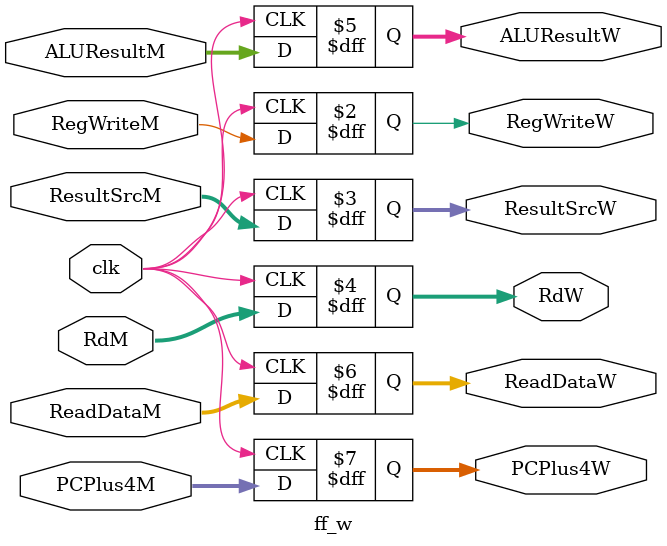
<source format=v>
module ff_w(
    input RegWriteM,
    input [1:0] ResultSrcM,
    output reg RegWriteW,
    output reg [1:0] ResultSrcW,

    input clk,
    input [4:0] RdM,
    input [31:0] ALUResultM, ReadDataM, PCPlus4M,
    output reg [4:0] RdW,
    output reg [31:0] ALUResultW, ReadDataW, PCPlus4W
);

    always @(posedge clk) begin
        RegWriteW <= RegWriteM;
        ResultSrcW <= ResultSrcM;

        RdW <= RdM;
        ALUResultW <= ALUResultM;
        ReadDataW <= ReadDataM;
        PCPlus4W <= PCPlus4M;
    end

endmodule
</source>
